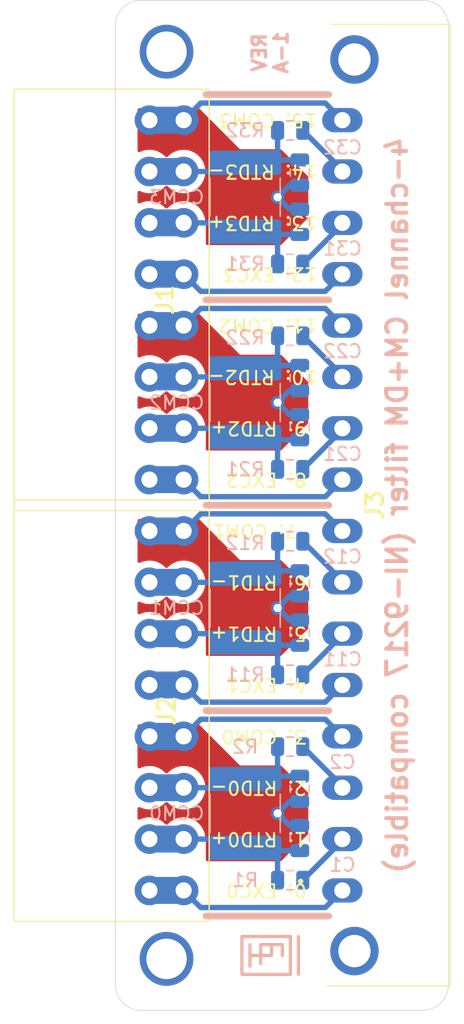
<source format=kicad_pcb>
(kicad_pcb (version 20201116) (generator pcbnew)
  (layers (0 "F.Cu" signal) (31 "B.Cu" signal) (34 "B.Paste" user) (35 "F.Paste" user) (36 "B.SilkS" user "B.Silkscreen") (37 "F.SilkS" user "F.Silkscreen") (38 "B.Mask" user) (39 "F.Mask" user) (44 "Edge.Cuts" user))
  (net 0 "")
  (net 1 "Net-(J2-Pad15)")
  (net 2 "Net-(J2-Pad7)")
  (net 3 "Net-(J3-PadMH2)")
  (net 4 "Net-(J3-PadMH1)")
  (net 5 "Net-(J3-Pad15)")
  (net 6 "Net-(J3-Pad14)")
  (net 7 "Net-(J3-Pad11)")
  (net 8 "Net-(J3-Pad10)")
  (net 9 "Net-(J3-Pad7)")
  (net 10 "Net-(J3-Pad6)")
  (net 11 "Net-(J3-Pad3)")
  (net 12 "Net-(J3-Pad2)")
  (net 13 "Net-(J1-Pad15)")
  (net 14 "Net-(J1-Pad7)")
  (net 15 "Net-(C11-Pad1)")
  (net 16 "Net-(C12-Pad2)")
  (net 17 "Net-(C21-Pad1)")
  (net 18 "Net-(C22-Pad2)")
  (net 19 "Net-(C31-Pad1)")
  (net 20 "Net-(C32-Pad2)")
  (net 21 "/COM0")
  (net 22 "/COM1")
  (net 23 "/COM2")
  (net 24 "/COM3")
  (net 25 "Net-(C1-Pad1)")
  (net 26 "Net-(C2-Pad2)")
  (footprint "PhoenixContact_1898525:1898525" (layer "F.Cu") (at 150.865 130.175 90)
    (fp_text reference "J3" (at 28.575 2.4 90) (layer "F.SilkS") (effects (font (size 1.27 1.27) (thickness 0.254))))
    (fp_text value "1898525" hide)
    (fp_line (start 64.25 8) (end 64.25 -0.9) (layer "F.SilkS") (width 0.1))
    (fp_line (start -7.1 -1.2) (end -7.1 8) (layer "F.SilkS") (width 0.1))
    (fp_line (start -7.1 8) (end 64.25 8) (layer "F.SilkS") (width 0.1))
    (fp_line (start 0.67 -3) (end 0.67 -3) (layer "F.SilkS") (width 0.2))
    (fp_line (start 0.67 -3.2) (end 0.67 -3.2) (layer "F.SilkS") (width 0.2))
    (fp_arc (start 0.67 -3.1) (end 0.67 -3.2) (angle -180) (layer "F.SilkS") (width 0.2))
    (fp_arc (start 0.67 -3.1) (end 0.67 -3) (angle -180) (layer "F.SilkS") (width 0.2))
    (pad "1" thru_hole oval (at 0 0 90) (size 1.8 3) (drill 1.2) (layers *.Cu *.Mask) (net 1 "Net-(J2-Pad15)"))
    (pad "2" thru_hole oval (at 3.81 0 90) (size 1.8 3) (drill 1.2) (layers *.Cu *.Mask) (net 12 "Net-(J3-Pad2)"))
    (pad "3" thru_hole oval (at 7.62 0 90) (size 1.8 3) (drill 1.2) (layers *.Cu *.Mask) (net 11 "Net-(J3-Pad3)"))
    (pad "4" thru_hole oval (at 11.43 0 90) (size 1.8 3) (drill 1.2) (layers *.Cu *.Mask) (net 21 "/COM0"))
    (pad "5" thru_hole oval (at 15.24 0 90) (size 1.8 3) (drill 1.2) (layers *.Cu *.Mask) (net 2 "Net-(J2-Pad7)"))
    (pad "6" thru_hole oval (at 19.05 0 90) (size 1.8 3) (drill 1.2) (layers *.Cu *.Mask) (net 10 "Net-(J3-Pad6)"))
    (pad "7" thru_hole oval (at 22.86 0 90) (size 1.8 3) (drill 1.2) (layers *.Cu *.Mask) (net 9 "Net-(J3-Pad7)"))
    (pad "8" thru_hole oval (at 26.67 0 90) (size 1.8 3) (drill 1.2) (layers *.Cu *.Mask) (net 22 "/COM1"))
    (pad "9" thru_hole oval (at 30.48 0 90) (size 1.8 3) (drill 1.2) (layers *.Cu *.Mask) (net 13 "Net-(J1-Pad15)"))
    (pad "10" thru_hole oval (at 34.29 0 90) (size 1.8 3) (drill 1.2) (layers *.Cu *.Mask) (net 8 "Net-(J3-Pad10)"))
    (pad "11" thru_hole oval (at 38.1 0 90) (size 1.8 3) (drill 1.2) (layers *.Cu *.Mask) (net 7 "Net-(J3-Pad11)"))
    (pad "12" thru_hole oval (at 41.91 0 90) (size 1.8 3) (drill 1.2) (layers *.Cu *.Mask) (net 23 "/COM2"))
    (pad "13" thru_hole oval (at 45.72 0 90) (size 1.8 3) (drill 1.2) (layers *.Cu *.Mask) (net 14 "Net-(J1-Pad7)"))
    (pad "14" thru_hole oval (at 49.53 0 90) (size 1.8 3) (drill 1.2) (layers *.Cu *.Mask) (net 6 "Net-(J3-Pad14)"))
    (pad "15" thru_hole oval (at 53.34 0 90) (size 1.8 3) (drill 1.2) (layers *.Cu *.Mask) (net 5 "Net-(J3-Pad15)"))
    (pad "16" thru_hole oval (at 57.15 0 90) (size 1.8 3) (drill 1.2) (layers *.Cu *.Mask) (net 24 "/COM3"))
    (pad "MH1" thru_hole circle (at -4.5 0.9 90) (size 3.6 3.6) (drill 2.4) (layers *.Cu *.Mask) (net 4 "Net-(J3-PadMH1)"))
    (pad "MH2" thru_hole circle (at 61.65 0.9 90) (size 3.6 3.6) (drill 2.4) (layers *.Cu *.Mask) (net 3 "Net-(J3-PadMH2)"))
  )
  (footprint "WE_691309310008:691309310008" (layer "F.Cu") (at 136.525 103.505 -90)
    (fp_text reference "J2" (at 13.335 -1.27 90) (layer "F.SilkS") (effects (font (size 1.27 1.27) (thickness 0.254))))
    (fp_text value "691309310008" hide)
    (fp_line (start 28.97 10.06) (end -2.3 10.06) (layer "F.SilkS") (width 0.1))
    (fp_line (start -2.3 10.06) (end -2.3 -4.44) (layer "F.SilkS") (width 0.1))
    (fp_line (start 28.97 -4.44) (end 28.97 10.06) (layer "F.SilkS") (width 0.1))
    (fp_line (start -2.3 -4.44) (end 28.97 -4.44) (layer "F.SilkS") (width 0.1))
    (pad "1" thru_hole circle (at 0 0 270) (size 2.2 2.2) (drill 1.2) (layers *.Cu *.Mask) (net 22 "/COM1"))
    (pad "2" thru_hole circle (at 0 -2.54 270) (size 2.2 2.2) (drill 1.2) (layers *.Cu *.Mask) (net 22 "/COM1"))
    (pad "3" thru_hole circle (at 3.81 0 270) (size 2.2 2.2) (drill 1.2) (layers *.Cu *.Mask) (net 16 "Net-(C12-Pad2)"))
    (pad "4" thru_hole circle (at 3.81 -2.54 270) (size 2.2 2.2) (drill 1.2) (layers *.Cu *.Mask) (net 16 "Net-(C12-Pad2)"))
    (pad "5" thru_hole circle (at 7.62 0 270) (size 2.2 2.2) (drill 1.2) (layers *.Cu *.Mask) (net 15 "Net-(C11-Pad1)"))
    (pad "6" thru_hole circle (at 7.62 -2.54 270) (size 2.2 2.2) (drill 1.2) (layers *.Cu *.Mask) (net 15 "Net-(C11-Pad1)"))
    (pad "7" thru_hole circle (at 11.43 0 270) (size 2.2 2.2) (drill 1.2) (layers *.Cu *.Mask) (net 2 "Net-(J2-Pad7)"))
    (pad "8" thru_hole circle (at 11.43 -2.54 270) (size 2.2 2.2) (drill 1.2) (layers *.Cu *.Mask) (net 2 "Net-(J2-Pad7)"))
    (pad "9" thru_hole circle (at 15.24 0 270) (size 2.2 2.2) (drill 1.2) (layers *.Cu *.Mask) (net 21 "/COM0"))
    (pad "10" thru_hole circle (at 15.24 -2.54 270) (size 2.2 2.2) (drill 1.2) (layers *.Cu *.Mask) (net 21 "/COM0"))
    (pad "11" thru_hole circle (at 19.05 0 270) (size 2.2 2.2) (drill 1.2) (layers *.Cu *.Mask) (net 26 "Net-(C2-Pad2)"))
    (pad "12" thru_hole circle (at 19.05 -2.54 270) (size 2.2 2.2) (drill 1.2) (layers *.Cu *.Mask) (net 26 "Net-(C2-Pad2)"))
    (pad "13" thru_hole circle (at 22.86 0 270) (size 2.2 2.2) (drill 1.2) (layers *.Cu *.Mask) (net 25 "Net-(C1-Pad1)"))
    (pad "14" thru_hole circle (at 22.86 -2.54 270) (size 2.2 2.2) (drill 1.2) (layers *.Cu *.Mask) (net 25 "Net-(C1-Pad1)"))
    (pad "15" thru_hole circle (at 26.67 0 270) (size 2.2 2.2) (drill 1.2) (layers *.Cu *.Mask) (net 1 "Net-(J2-Pad15)"))
    (pad "16" thru_hole circle (at 26.67 -2.54 270) (size 2.2 2.2) (drill 1.2) (layers *.Cu *.Mask) (net 1 "Net-(J2-Pad15)"))
  )
  (footprint "WE_691309310008:691309310008" (layer "F.Cu") (at 136.525 73.025 -90)
    (fp_text reference "J1" (at 13.335 -1.143 90) (layer "F.SilkS") (effects (font (size 1.27 1.27) (thickness 0.254))))
    (fp_text value "691309310008" hide)
    (fp_line (start -2.3 10.06) (end -2.3 -4.44) (layer "F.SilkS") (width 0.1))
    (fp_line (start 28.97 10.06) (end -2.3 10.06) (layer "F.SilkS") (width 0.1))
    (fp_line (start 28.97 -4.44) (end 28.97 10.06) (layer "F.SilkS") (width 0.1))
    (fp_line (start -2.3 -4.44) (end 28.97 -4.44) (layer "F.SilkS") (width 0.1))
    (pad "1" thru_hole circle (at 0 0 270) (size 2.2 2.2) (drill 1.2) (layers *.Cu *.Mask) (net 24 "/COM3"))
    (pad "2" thru_hole circle (at 0 -2.54 270) (size 2.2 2.2) (drill 1.2) (layers *.Cu *.Mask) (net 24 "/COM3"))
    (pad "3" thru_hole circle (at 3.81 0 270) (size 2.2 2.2) (drill 1.2) (layers *.Cu *.Mask) (net 20 "Net-(C32-Pad2)"))
    (pad "4" thru_hole circle (at 3.81 -2.54 270) (size 2.2 2.2) (drill 1.2) (layers *.Cu *.Mask) (net 20 "Net-(C32-Pad2)"))
    (pad "5" thru_hole circle (at 7.62 0 270) (size 2.2 2.2) (drill 1.2) (layers *.Cu *.Mask) (net 19 "Net-(C31-Pad1)"))
    (pad "6" thru_hole circle (at 7.62 -2.54 270) (size 2.2 2.2) (drill 1.2) (layers *.Cu *.Mask) (net 19 "Net-(C31-Pad1)"))
    (pad "7" thru_hole circle (at 11.43 0 270) (size 2.2 2.2) (drill 1.2) (layers *.Cu *.Mask) (net 14 "Net-(J1-Pad7)"))
    (pad "8" thru_hole circle (at 11.43 -2.54 270) (size 2.2 2.2) (drill 1.2) (layers *.Cu *.Mask) (net 14 "Net-(J1-Pad7)"))
    (pad "9" thru_hole circle (at 15.24 0 270) (size 2.2 2.2) (drill 1.2) (layers *.Cu *.Mask) (net 23 "/COM2"))
    (pad "10" thru_hole circle (at 15.24 -2.54 270) (size 2.2 2.2) (drill 1.2) (layers *.Cu *.Mask) (net 23 "/COM2"))
    (pad "11" thru_hole circle (at 19.05 0 270) (size 2.2 2.2) (drill 1.2) (layers *.Cu *.Mask) (net 18 "Net-(C22-Pad2)"))
    (pad "12" thru_hole circle (at 19.05 -2.54 270) (size 2.2 2.2) (drill 1.2) (layers *.Cu *.Mask) (net 18 "Net-(C22-Pad2)"))
    (pad "13" thru_hole circle (at 22.86 0 270) (size 2.2 2.2) (drill 1.2) (layers *.Cu *.Mask) (net 17 "Net-(C21-Pad1)"))
    (pad "14" thru_hole circle (at 22.86 -2.54 270) (size 2.2 2.2) (drill 1.2) (layers *.Cu *.Mask) (net 17 "Net-(C21-Pad1)"))
    (pad "15" thru_hole circle (at 26.67 0 270) (size 2.2 2.2) (drill 1.2) (layers *.Cu *.Mask) (net 13 "Net-(J1-Pad15)"))
    (pad "16" thru_hole circle (at 26.67 -2.54 270) (size 2.2 2.2) (drill 1.2) (layers *.Cu *.Mask) (net 13 "Net-(J1-Pad15)"))
  )
  (footprint "MountingHole:MountingHole_3mm_Pad" (layer "F.Cu") (at 137.795 135.255)
    (fp_text reference "H1" (at 0 0) (layer "F.SilkS"))
    (fp_text value "MountingHole")
    (pad "1" thru_hole circle (at 0 0) (size 4 4) (drill 3) (layers *.Cu *.Mask))
  )
  (footprint "MountingHole:MountingHole_3mm_Pad" (layer "F.Cu") (at 137.795 67.945)
    (fp_text reference "H2" (at 0 0) (layer "F.SilkS"))
    (fp_text value "MountingHole")
    (pad "1" thru_hole circle (at 0 0) (size 4 4) (drill 3) (layers *.Cu *.Mask))
  )
  (footprint "Resistor_SMD:R_0805_2012Metric" (layer "B.Cu") (at 146.9875 129.413 180)
    (fp_text reference "R1" (at 3.3505 0) (layer "B.SilkS") (effects (justify mirror)))
    (fp_text value "3.0k")
    (fp_line (start -0.258578 0.71) (end 0.258578 0.71) (layer "B.SilkS") (width 0.12))
    (fp_line (start -0.258578 -0.71) (end 0.258578 -0.71) (layer "B.SilkS") (width 0.12))
    (pad "1" smd roundrect (at -0.9375 0 180) (size 0.975 1.4) (layers "B.Cu" "B.Paste" "B.Mask") (net 12 "Net-(J3-Pad2)"))
    (pad "2" smd roundrect (at 0.9375 0 180) (size 0.975 1.4) (layers "B.Cu" "B.Paste" "B.Mask") (net 25 "Net-(C1-Pad1)"))
  )
  (footprint "Capacitor_SMD:C_0805_2012Metric" (layer "B.Cu") (at 147.701 126.2865 90)
    (fp_text reference "C1" (at -1.9835 3.175 180) (layer "B.SilkS") (effects (justify mirror)))
    (fp_text value "10nF/50V C0G")
    (fp_line (start -0.258578 -0.71) (end 0.258578 -0.71) (layer "B.SilkS") (width 0.12))
    (fp_line (start -0.258578 0.71) (end 0.258578 0.71) (layer "B.SilkS") (width 0.12))
    (pad "1" smd roundrect (at -0.9375 0 90) (size 0.975 1.4) (layers "B.Cu" "B.Paste" "B.Mask") (net 25 "Net-(C1-Pad1)"))
    (pad "2" smd roundrect (at 0.9375 0 90) (size 0.975 1.4) (layers "B.Cu" "B.Paste" "B.Mask") (net 21 "/COM0"))
  )
  (footprint "Capacitor_SMD:C_0805_2012Metric" (layer "B.Cu") (at 147.701 122.6335 90)
    (fp_text reference "C2" (at 1.9835 3.175 180) (layer "B.SilkS") (effects (justify mirror)))
    (fp_text value "10nF/50V C0G")
    (fp_line (start -0.258578 0.71) (end 0.258578 0.71) (layer "B.SilkS") (width 0.12))
    (fp_line (start -0.258578 -0.71) (end 0.258578 -0.71) (layer "B.SilkS") (width 0.12))
    (pad "1" smd roundrect (at -0.9375 0 90) (size 0.975 1.4) (layers "B.Cu" "B.Paste" "B.Mask") (net 21 "/COM0"))
    (pad "2" smd roundrect (at 0.9375 0 90) (size 0.975 1.4) (layers "B.Cu" "B.Paste" "B.Mask") (net 26 "Net-(C2-Pad2)"))
  )
  (footprint "Capacitor_SMD:C_2220_5650Metric" (layer "B.Cu") (at 143.637 124.46 90)
    (fp_text reference "CCM0" (at 0 -5.08) (layer "B.SilkS") (effects (justify mirror)))
    (fp_text value "330nF/50V PEN")
    (fp_line (start -1.415748 -2.61) (end 1.415748 -2.61) (layer "B.SilkS") (width 0.12))
    (fp_line (start -1.415748 2.61) (end 1.415748 2.61) (layer "B.SilkS") (width 0.12))
    (pad "1" smd roundrect (at -2.55 0 90) (size 1.8 5.4) (layers "B.Cu" "B.Paste" "B.Mask") (roundrect_rratio 0.1388888888888889) (net 25 "Net-(C1-Pad1)"))
    (pad "2" smd roundrect (at 2.55 0 90) (size 1.8 5.4) (layers "B.Cu" "B.Paste" "B.Mask") (roundrect_rratio 0.1388888888888889) (net 26 "Net-(C2-Pad2)"))
  )
  (footprint "Capacitor_SMD:C_2220_5650Metric" (layer "B.Cu") (at 143.637 109.22 90)
    (fp_text reference "CCM1" (at 0 -5.08 180) (layer "B.SilkS") (effects (justify mirror)))
    (fp_text value "330nF/50V PEN")
    (fp_line (start -1.415748 -2.61) (end 1.415748 -2.61) (layer "B.SilkS") (width 0.12))
    (fp_line (start -1.415748 2.61) (end 1.415748 2.61) (layer "B.SilkS") (width 0.12))
    (pad "1" smd roundrect (at -2.55 0 90) (size 1.8 5.4) (layers "B.Cu" "B.Paste" "B.Mask") (roundrect_rratio 0.1388888888888889) (net 15 "Net-(C11-Pad1)"))
    (pad "2" smd roundrect (at 2.55 0 90) (size 1.8 5.4) (layers "B.Cu" "B.Paste" "B.Mask") (roundrect_rratio 0.1388888888888889) (net 16 "Net-(C12-Pad2)"))
  )
  (footprint "Resistor_SMD:R_0805_2012Metric" (layer "B.Cu") (at 146.9875 119.507 180)
    (fp_text reference "R2" (at 3.3505 0) (layer "B.SilkS") (effects (justify mirror)))
    (fp_text value "3.0k")
    (fp_line (start -0.258578 0.71) (end 0.258578 0.71) (layer "B.SilkS") (width 0.12))
    (fp_line (start -0.258578 -0.71) (end 0.258578 -0.71) (layer "B.SilkS") (width 0.12))
    (pad "1" smd roundrect (at -0.9375 0 180) (size 0.975 1.4) (layers "B.Cu" "B.Paste" "B.Mask") (net 11 "Net-(J3-Pad3)"))
    (pad "2" smd roundrect (at 0.9375 0 180) (size 0.975 1.4) (layers "B.Cu" "B.Paste" "B.Mask") (net 26 "Net-(C2-Pad2)"))
  )
  (footprint "Resistor_SMD:R_0805_2012Metric" (layer "B.Cu") (at 146.9875 114.173 180)
    (fp_text reference "R11" (at 3.3505 0) (layer "B.SilkS") (effects (justify mirror)))
    (fp_text value "3.0k")
    (fp_line (start -0.258578 0.71) (end 0.258578 0.71) (layer "B.SilkS") (width 0.12))
    (fp_line (start -0.258578 -0.71) (end 0.258578 -0.71) (layer "B.SilkS") (width 0.12))
    (pad "1" smd roundrect (at -0.9375 0 180) (size 0.975 1.4) (layers "B.Cu" "B.Paste" "B.Mask") (net 10 "Net-(J3-Pad6)"))
    (pad "2" smd roundrect (at 0.9375 0 180) (size 0.975 1.4) (layers "B.Cu" "B.Paste" "B.Mask") (net 15 "Net-(C11-Pad1)"))
  )
  (footprint "Resistor_SMD:R_0805_2012Metric" (layer "B.Cu") (at 146.9875 104.267 180)
    (fp_text reference "R12" (at 3.3505 -0.127) (layer "B.SilkS") (effects (justify mirror)))
    (fp_text value "3.0k")
    (fp_line (start -0.258578 0.71) (end 0.258578 0.71) (layer "B.SilkS") (width 0.12))
    (fp_line (start -0.258578 -0.71) (end 0.258578 -0.71) (layer "B.SilkS") (width 0.12))
    (pad "1" smd roundrect (at -0.9375 0 180) (size 0.975 1.4) (layers "B.Cu" "B.Paste" "B.Mask") (net 9 "Net-(J3-Pad7)"))
    (pad "2" smd roundrect (at 0.9375 0 180) (size 0.975 1.4) (layers "B.Cu" "B.Paste" "B.Mask") (net 16 "Net-(C12-Pad2)"))
  )
  (footprint "Capacitor_SMD:C_0805_2012Metric" (layer "B.Cu") (at 147.701 107.3935 90)
    (fp_text reference "C12" (at 1.9835 3.175 180) (layer "B.SilkS") (effects (justify mirror)))
    (fp_text value "10nF/50V C0G")
    (fp_line (start -0.258578 -0.71) (end 0.258578 -0.71) (layer "B.SilkS") (width 0.12))
    (fp_line (start -0.258578 0.71) (end 0.258578 0.71) (layer "B.SilkS") (width 0.12))
    (pad "1" smd roundrect (at -0.9375 0 90) (size 0.975 1.4) (layers "B.Cu" "B.Paste" "B.Mask") (net 22 "/COM1"))
    (pad "2" smd roundrect (at 0.9375 0 90) (size 0.975 1.4) (layers "B.Cu" "B.Paste" "B.Mask") (net 16 "Net-(C12-Pad2)"))
  )
  (footprint "Capacitor_SMD:C_0805_2012Metric" (layer "B.Cu") (at 147.701 111.0465 90)
    (fp_text reference "C11" (at -1.9835 3.175) (layer "B.SilkS") (effects (justify mirror)))
    (fp_text value "10nF/50V C0G")
    (fp_line (start -0.258578 0.71) (end 0.258578 0.71) (layer "B.SilkS") (width 0.12))
    (fp_line (start -0.258578 -0.71) (end 0.258578 -0.71) (layer "B.SilkS") (width 0.12))
    (pad "1" smd roundrect (at -0.9375 0 90) (size 0.975 1.4) (layers "B.Cu" "B.Paste" "B.Mask") (net 15 "Net-(C11-Pad1)"))
    (pad "2" smd roundrect (at 0.9375 0 90) (size 0.975 1.4) (layers "B.Cu" "B.Paste" "B.Mask") (net 22 "/COM1"))
  )
  (footprint "Capacitor_SMD:C_2220_5650Metric" (layer "B.Cu") (at 143.637 93.98 90)
    (fp_text reference "CCM2" (at 0 -5.08 180) (layer "B.SilkS") (effects (justify mirror)))
    (fp_text value "330nF/50V PEN")
    (fp_line (start -1.415748 -2.61) (end 1.415748 -2.61) (layer "B.SilkS") (width 0.12))
    (fp_line (start -1.415748 2.61) (end 1.415748 2.61) (layer "B.SilkS") (width 0.12))
    (pad "1" smd roundrect (at -2.55 0 90) (size 1.8 5.4) (layers "B.Cu" "B.Paste" "B.Mask") (roundrect_rratio 0.1388888888888889) (net 17 "Net-(C21-Pad1)"))
    (pad "2" smd roundrect (at 2.55 0 90) (size 1.8 5.4) (layers "B.Cu" "B.Paste" "B.Mask") (roundrect_rratio 0.1388888888888889) (net 18 "Net-(C22-Pad2)"))
  )
  (footprint "Resistor_SMD:R_0805_2012Metric" (layer "B.Cu") (at 146.9875 98.933 180)
    (fp_text reference "R21" (at 3.3505 0) (layer "B.SilkS") (effects (justify mirror)))
    (fp_text value "3.0k")
    (fp_line (start -0.258578 0.71) (end 0.258578 0.71) (layer "B.SilkS") (width 0.12))
    (fp_line (start -0.258578 -0.71) (end 0.258578 -0.71) (layer "B.SilkS") (width 0.12))
    (pad "1" smd roundrect (at -0.9375 0 180) (size 0.975 1.4) (layers "B.Cu" "B.Paste" "B.Mask") (net 8 "Net-(J3-Pad10)"))
    (pad "2" smd roundrect (at 0.9375 0 180) (size 0.975 1.4) (layers "B.Cu" "B.Paste" "B.Mask") (net 17 "Net-(C21-Pad1)"))
  )
  (footprint "Resistor_SMD:R_0805_2012Metric" (layer "B.Cu") (at 146.9875 89.027 180)
    (fp_text reference "R22" (at 3.3505 -0.127) (layer "B.SilkS") (effects (justify mirror)))
    (fp_text value "3.0k")
    (fp_line (start -0.258578 -0.71) (end 0.258578 -0.71) (layer "B.SilkS") (width 0.12))
    (fp_line (start -0.258578 0.71) (end 0.258578 0.71) (layer "B.SilkS") (width 0.12))
    (pad "1" smd roundrect (at -0.9375 0 180) (size 0.975 1.4) (layers "B.Cu" "B.Paste" "B.Mask") (net 7 "Net-(J3-Pad11)"))
    (pad "2" smd roundrect (at 0.9375 0 180) (size 0.975 1.4) (layers "B.Cu" "B.Paste" "B.Mask") (net 18 "Net-(C22-Pad2)"))
  )
  (footprint "Capacitor_SMD:C_0805_2012Metric" (layer "B.Cu") (at 147.701 92.1535 90)
    (fp_text reference "C22" (at 1.9835 3.175 180) (layer "B.SilkS") (effects (justify mirror)))
    (fp_text value "10nF/50V C0G")
    (fp_line (start -0.258578 -0.71) (end 0.258578 -0.71) (layer "B.SilkS") (width 0.12))
    (fp_line (start -0.258578 0.71) (end 0.258578 0.71) (layer "B.SilkS") (width 0.12))
    (pad "1" smd roundrect (at -0.9375 0 90) (size 0.975 1.4) (layers "B.Cu" "B.Paste" "B.Mask") (net 23 "/COM2"))
    (pad "2" smd roundrect (at 0.9375 0 90) (size 0.975 1.4) (layers "B.Cu" "B.Paste" "B.Mask") (net 18 "Net-(C22-Pad2)"))
  )
  (footprint "Capacitor_SMD:C_0805_2012Metric" (layer "B.Cu") (at 147.701 80.5665 90)
    (fp_text reference "C31" (at -1.9835 3.175) (layer "B.SilkS") (effects (justify mirror)))
    (fp_text value "10nF/50V C0G")
    (fp_line (start -0.258578 -0.71) (end 0.258578 -0.71) (layer "B.SilkS") (width 0.12))
    (fp_line (start -0.258578 0.71) (end 0.258578 0.71) (layer "B.SilkS") (width 0.12))
    (pad "1" smd roundrect (at -0.9375 0 90) (size 0.975 1.4) (layers "B.Cu" "B.Paste" "B.Mask") (net 19 "Net-(C31-Pad1)"))
    (pad "2" smd roundrect (at 0.9375 0 90) (size 0.975 1.4) (layers "B.Cu" "B.Paste" "B.Mask") (net 24 "/COM3"))
  )
  (footprint "Capacitor_SMD:C_0805_2012Metric" (layer "B.Cu") (at 147.701 76.9135 90)
    (fp_text reference "C32" (at 1.8565 3.175 180) (layer "B.SilkS") (effects (justify mirror)))
    (fp_text value "10nF/50V C0G")
    (fp_line (start -0.258578 0.71) (end 0.258578 0.71) (layer "B.SilkS") (width 0.12))
    (fp_line (start -0.258578 -0.71) (end 0.258578 -0.71) (layer "B.SilkS") (width 0.12))
    (pad "1" smd roundrect (at -0.9375 0 90) (size 0.975 1.4) (layers "B.Cu" "B.Paste" "B.Mask") (net 24 "/COM3"))
    (pad "2" smd roundrect (at 0.9375 0 90) (size 0.975 1.4) (layers "B.Cu" "B.Paste" "B.Mask") (net 20 "Net-(C32-Pad2)"))
  )
  (footprint "Capacitor_SMD:C_0805_2012Metric" (layer "B.Cu") (at 147.701 95.8065 90)
    (fp_text reference "C21" (at -1.9835 3.175 180) (layer "B.SilkS") (effects (justify mirror)))
    (fp_text value "10nF/50V C0G")
    (fp_line (start -0.258578 0.71) (end 0.258578 0.71) (layer "B.SilkS") (width 0.12))
    (fp_line (start -0.258578 -0.71) (end 0.258578 -0.71) (layer "B.SilkS") (width 0.12))
    (pad "1" smd roundrect (at -0.9375 0 90) (size 0.975 1.4) (layers "B.Cu" "B.Paste" "B.Mask") (net 17 "Net-(C21-Pad1)"))
    (pad "2" smd roundrect (at 0.9375 0 90) (size 0.975 1.4) (layers "B.Cu" "B.Paste" "B.Mask") (net 23 "/COM2"))
  )
  (footprint "Resistor_SMD:R_0805_2012Metric" (layer "B.Cu") (at 146.9875 83.693 180)
    (fp_text reference "R31" (at 3.3505 0) (layer "B.SilkS") (effects (justify mirror)))
    (fp_text value "3.0k")
    (fp_line (start -0.258578 0.71) (end 0.258578 0.71) (layer "B.SilkS") (width 0.12))
    (fp_line (start -0.258578 -0.71) (end 0.258578 -0.71) (layer "B.SilkS") (width 0.12))
    (pad "1" smd roundrect (at -0.9375 0 180) (size 0.975 1.4) (layers "B.Cu" "B.Paste" "B.Mask") (net 6 "Net-(J3-Pad14)"))
    (pad "2" smd roundrect (at 0.9375 0 180) (size 0.975 1.4) (layers "B.Cu" "B.Paste" "B.Mask") (net 19 "Net-(C31-Pad1)"))
  )
  (footprint "Capacitor_SMD:C_2220_5650Metric" (layer "B.Cu") (at 143.637 78.74 90)
    (fp_text reference "CCM3" (at 0 -5.08 180) (layer "B.SilkS") (effects (justify mirror)))
    (fp_text value "330nF/50V PEN")
    (fp_line (start -1.415748 -2.61) (end 1.415748 -2.61) (layer "B.SilkS") (width 0.12))
    (fp_line (start -1.415748 2.61) (end 1.415748 2.61) (layer "B.SilkS") (width 0.12))
    (pad "1" smd roundrect (at -2.55 0 90) (size 1.8 5.4) (layers "B.Cu" "B.Paste" "B.Mask") (roundrect_rratio 0.1388888888888889) (net 19 "Net-(C31-Pad1)"))
    (pad "2" smd roundrect (at 2.55 0 90) (size 1.8 5.4) (layers "B.Cu" "B.Paste" "B.Mask") (roundrect_rratio 0.1388888888888889) (net 20 "Net-(C32-Pad2)"))
  )
  (footprint "Resistor_SMD:R_0805_2012Metric" (layer "B.Cu") (at 146.9875 73.787 180)
    (fp_text reference "R32" (at 3.3505 0) (layer "B.SilkS") (effects (justify mirror)))
    (fp_text value "3.0k")
    (fp_line (start -0.258578 -0.71) (end 0.258578 -0.71) (layer "B.SilkS") (width 0.12))
    (fp_line (start -0.258578 0.71) (end 0.258578 0.71) (layer "B.SilkS") (width 0.12))
    (pad "1" smd roundrect (at -0.9375 0 180) (size 0.975 1.4) (layers "B.Cu" "B.Paste" "B.Mask") (net 5 "Net-(J3-Pad15)"))
    (pad "2" smd roundrect (at 0.9375 0 180) (size 0.975 1.4) (layers "B.Cu" "B.Paste" "B.Mask") (net 20 "Net-(C32-Pad2)"))
  )
  (gr_line (start 140.716 132.08) (end 149.86 132.08) (layer "B.SilkS") (width 0.5))
  (gr_line (start 140.716 116.84) (end 149.86 116.84) (layer "B.SilkS") (width 0.5))
  (gr_line (start 140.716 101.6) (end 149.86 101.6) (layer "B.SilkS") (width 0.5))
  (gr_line (start 140.716 86.36) (end 149.86 86.36) (layer "B.SilkS") (width 0.5))
  (gr_line (start 140.716 71.12) (end 149.86 71.12) (layer "B.SilkS") (width 0.5))
  (gr_line (start 145.6 135) (end 145.6 134.2) (layer "B.SilkS") (width 0.25))
  (gr_line (start 144.8 135) (end 144.8 135.6) (layer "B.SilkS") (width 0.25))
  (gr_line (start 144.8 134.2) (end 146.4 134.2) (layer "B.SilkS") (width 0.25))
  (gr_line (start 143.4 136.4) (end 143.4 133.6) (layer "B.SilkS") (width 0.25))
  (gr_line (start 146.4 134.2) (end 146.4 135) (layer "B.SilkS") (width 0.25))
  (gr_line (start 147 133.6) (end 147 136.4) (layer "B.SilkS") (width 0.25))
  (gr_line (start 144.8 135) (end 144.8 134.2) (layer "B.SilkS") (width 0.25))
  (gr_line (start 144 135.8) (end 144 134.2) (layer "B.SilkS") (width 0.25))
  (gr_line (start 143.4 133.6) (end 147 133.6) (layer "B.SilkS") (width 0.25))
  (gr_line (start 144.8 135) (end 145.6 135) (layer "B.SilkS") (width 0.25))
  (gr_line (start 147 136.4) (end 143.4 136.4) (layer "B.SilkS") (width 0.25))
  (gr_line (start 144 135) (end 144.8 135) (layer "B.SilkS") (width 0.25))
  (gr_line (start 147.6 136.4) (end 147.6 133.6) (layer "B.SilkS") (width 0.25))
  (gr_line (start 140.716 71.12) (end 149.86 71.12) (layer "F.SilkS") (width 0.5))
  (gr_line (start 140.716 86.36) (end 149.86 86.36) (layer "F.SilkS") (width 0.5))
  (gr_line (start 140.716 101.6) (end 149.86 101.6) (layer "F.SilkS") (width 0.5))
  (gr_line (start 140.716 116.84) (end 149.86 116.84) (layer "F.SilkS") (width 0.5))
  (gr_line (start 140.716 132.08) (end 149.86 132.08) (layer "F.SilkS") (width 0.5))
  (gr_line (start 135.89 64.135) (end 156.845 64.135) (layer "Edge.Cuts") (width 0.05))
  (gr_line (start 133.985 137.16) (end 133.985 66.04) (layer "Edge.Cuts") (width 0.05))
  (gr_line (start 156.845 139.065) (end 135.89 139.065) (layer "Edge.Cuts") (width 0.05))
  (gr_line (start 158.75 66.04) (end 158.75 137.16) (layer "Edge.Cuts") (width 0.05))
  (gr_arc (start 156.845 137.16) (end 156.845 139.065) (angle -90) (layer "Edge.Cuts") (width 0.05))
  (gr_arc (start 156.845 66.04) (end 158.75 66.04) (angle -90) (layer "Edge.Cuts") (width 0.05))
  (gr_arc (start 135.89 137.16) (end 133.985 137.16) (angle -90) (layer "Edge.Cuts") (width 0.05))
  (gr_arc (start 135.89 66.04) (end 135.89 64.135) (angle -90) (layer "Edge.Cuts") (width 0.05))
  (gr_text "REV\n1-A" (at 145.5 68 90) (layer "B.SilkS") (effects (font (size 1 1) (thickness 0.25)) (justify mirror)))
  (gr_text "4-channel CM+DM filter (NI-9217 compatible)" (at 154.94 101.6 90) (layer "B.SilkS") (effects (font (size 1.5 1.5) (thickness 0.3)) (justify mirror)))
  (gr_text " 3: COM0" (at 141.787476 118.745 180) (layer "F.SilkS") (effects (font (size 1 1)) (justify right)))
  (gr_text " 2: RTD0-" (at 140.977952 122.555 180) (layer "F.SilkS") (effects (font (size 1 1)) (justify right)))
  (gr_text " 1: RTD0+" (at 140.977952 126.365 180) (layer "F.SilkS") (effects (font (size 1 1)) (justify right)))
  (gr_text " 0: EXC0\n" (at 142.120809 130.175 180) (layer "F.SilkS") (effects (font (size 1 1)) (justify right)))
  (gr_text " 9: RTD2+" (at 140.977952 95.885 180) (layer "F.SilkS") (effects (font (size 1 1)) (justify right)))
  (gr_text " 7: COM1" (at 141.097 103.505 180) (layer "F.SilkS") (effects (font (size 1 1)) (justify right)))
  (gr_text " 8: EXC2" (at 142.120809 99.695 180) (layer "F.SilkS") (effects (font (size 1 1)) (justify right)))
  (gr_text " 6: RTD1-" (at 140.977952 107.315 180) (layer "F.SilkS") (effects (font (size 1 1)) (justify right)))
  (gr_text " 4: EXC1\n" (at 142.120809 114.935 180) (layer "F.SilkS") (effects (font (size 1 1)) (justify right)))
  (gr_text " 5: RTD1+" (at 140.977952 111.125 180) (layer "F.SilkS") (effects (font (size 1 1)) (justify right)))
  (gr_text "10: RTD2-" (at 140.787476 92.075 180) (layer "F.SilkS") (effects (font (size 1 1)) (justify right)))
  (gr_text "11: COM2" (at 141.597 88.265 180) (layer "F.SilkS") (effects (font (size 1 1)) (justify right)))
  (gr_text "12: EXC3" (at 141.930333 84.455 180) (layer "F.SilkS") (effects (font (size 1 1)) (justify right)))
  (gr_text "13: RTD3+" (at 140.787476 80.645 180) (layer "F.SilkS") (effects (font (size 1 1)) (justify right)))
  (gr_text "15: COM3" (at 141.597 73.025 180) (layer "F.SilkS") (effects (font (size 1 1)) (justify right)))
  (gr_text "14: RTD3-" (at 140.787476 76.835 180) (layer "F.SilkS") (effects (font (size 1 1)) (justify right)))
  (segment (start 149.595 131.445) (end 150.865 130.175) (width 0.4) (layer "B.Cu") (net 1))
  (segment (start 139.065 130.175) (end 140.335 131.445) (width 0.4) (layer "B.Cu") (net 1))
  (segment (start 140.335 131.445) (end 149.595 131.445) (width 0.4) (layer "B.Cu") (net 1))
  (segment (start 136.525 130.175) (end 139.065 130.175) (width 2) (layer "B.Cu") (net 1))
  (segment (start 139.065 114.935) (end 140.335 116.205) (width 0.4) (layer "B.Cu") (net 2))
  (segment (start 140.335 116.205) (end 149.595 116.205) (width 0.4) (layer "B.Cu") (net 2))
  (segment (start 149.595 116.205) (end 150.865 114.935) (width 0.4) (layer "B.Cu") (net 2))
  (segment (start 136.525 114.935) (end 139.065 114.935) (width 2) (layer "B.Cu") (net 2))
  (segment (start 150.846 76.835) (end 150.865 76.835) (width 0.4) (layer "B.Cu") (net 5))
  (segment (start 147.925 73.787) (end 150.865 76.727) (width 0.4) (layer "B.Cu") (net 5))
  (segment (start 150.865 76.727) (end 150.865 76.835) (width 0.4) (layer "B.Cu") (net 5))
  (segment (start 150.865 80.753) (end 150.865 80.645) (width 0.4) (layer "B.Cu") (net 6))
  (segment (start 147.925 83.693) (end 150.865 80.753) (width 0.4) (layer "B.Cu") (net 6))
  (segment (start 150.865 80.88) (end 150.865 80.645) (width 0.4) (layer "B.Cu") (net 6))
  (segment (start 150.846 92.075) (end 150.865 92.075) (width 0.4) (layer "B.Cu") (net 7))
  (segment (start 147.925 89.027) (end 150.865 91.967) (width 0.4) (layer "B.Cu") (net 7))
  (segment (start 150.865 91.967) (end 150.865 92.075) (width 0.4) (layer "B.Cu") (net 7))
  (segment (start 150.865 95.993) (end 150.865 95.885) (width 0.4) (layer "B.Cu") (net 8))
  (segment (start 147.925 98.933) (end 150.865 95.993) (width 0.4) (layer "B.Cu") (net 8))
  (segment (start 150.865 96.12) (end 150.865 95.885) (width 0.4) (layer "B.Cu") (net 8))
  (segment (start 150.846 107.188) (end 150.865 107.188) (width 0.4) (layer "B.Cu") (net 9))
  (segment (start 150.865 107.207) (end 150.865 107.315) (width 0.4) (layer "B.Cu") (net 9))
  (segment (start 147.925 104.267) (end 150.865 107.207) (width 0.4) (layer "B.Cu") (net 9))
  (segment (start 150.865 111.233) (end 150.865 110.998) (width 0.4) (layer "B.Cu") (net 10))
  (segment (start 150.865 111.233) (end 150.865 111.125) (width 0.4) (layer "B.Cu") (net 10))
  (segment (start 147.925 114.173) (end 150.865 111.233) (width 0.4) (layer "B.Cu") (net 10))
  (segment (start 147.925 119.507) (end 150.865 122.447) (width 0.4) (layer "B.Cu") (net 11))
  (segment (start 150.865 122.447) (end 150.865 122.555) (width 0.4) (layer "B.Cu") (net 11))
  (segment (start 147.925 129.413) (end 150.865 126.473) (width 0.4) (layer "B.Cu") (net 12))
  (segment (start 150.865 126.473) (end 150.865 126.365) (width 0.4) (layer "B.Cu") (net 12))
  (segment (start 139.065 99.695) (end 140.335 100.965) (width 0.4) (layer "B.Cu") (net 13))
  (segment (start 140.335 100.965) (end 149.595 100.965) (width 0.4) (layer "B.Cu") (net 13))
  (segment (start 136.525 99.695) (end 139.065 99.695) (width 2) (layer "B.Cu") (net 13))
  (segment (start 149.595 100.965) (end 150.865 99.695) (width 0.4) (layer "B.Cu") (net 13))
  (segment (start 149.595 85.725) (end 140.335 85.725) (width 0.4) (layer "B.Cu") (net 14))
  (segment (start 150.865 84.455) (end 149.595 85.725) (width 0.4) (layer "B.Cu") (net 14))
  (segment (start 140.335 85.725) (end 139.065 84.455) (width 0.4) (layer "B.Cu") (net 14))
  (segment (start 136.525 84.455) (end 139.065 84.455) (width 2) (layer "B.Cu") (net 14))
  (segment (start 147.701 111.984) (end 143.851 111.984) (width 0.4) (layer "B.Cu") (net 15))
  (segment (start 146.05 114.173) (end 146.05 113.373) (width 0.4) (layer "B.Cu") (net 15))
  (segment (start 146.05 113.373) (end 146.05 112.395) (width 0.4) (layer "B.Cu") (net 15))
  (segment (start 143.851 111.984) (end 143.637 111.77) (width 0.4) (layer "B.Cu") (net 15))
  (segment (start 136.525 111.125) (end 139.065 111.125) (width 2) (layer "B.Cu") (net 15))
  (segment (start 142.992 111.125) (end 143.637 111.77) (width 0.4) (layer "B.Cu") (net 15))
  (segment (start 139.065 111.125) (end 142.992 111.125) (width 0.4) (layer "B.Cu") (net 15))
  (segment (start 146.05 106.426) (end 143.881 106.426) (width 0.4) (layer "B.Cu") (net 16))
  (segment (start 146.05 104.267) (end 146.05 106.426) (width 0.4) (layer "B.Cu") (net 16))
  (segment (start 147.701 106.456) (end 143.851 106.456) (width 0.4) (layer "B.Cu") (net 16))
  (segment (start 143.851 106.456) (end 143.637 106.67) (width 0.4) (layer "B.Cu") (net 16))
  (segment (start 143.881 106.426) (end 143.637 106.67) (width 0.4) (layer "B.Cu") (net 16))
  (segment (start 136.525 107.315) (end 139.065 107.315) (width 2) (layer "B.Cu") (net 16))
  (segment (start 139.065 107.315) (end 142.992 107.315) (width 0.4) (layer "B.Cu") (net 16))
  (segment (start 142.992 107.315) (end 143.637 106.67) (width 0.4) (layer "B.Cu") (net 16))
  (segment (start 146.05 97.028) (end 145.552 96.53) (width 0.4) (layer "B.Cu") (net 17))
  (segment (start 146.05 98.933) (end 146.05 97.028) (width 0.4) (layer "B.Cu") (net 17))
  (segment (start 145.552 96.53) (end 143.637 96.53) (width 0.4) (layer "B.Cu") (net 17))
  (segment (start 147.701 96.744) (end 143.851 96.744) (width 0.4) (layer "B.Cu") (net 17))
  (segment (start 143.851 96.744) (end 143.637 96.53) (width 0.4) (layer "B.Cu") (net 17))
  (segment (start 136.525 95.885) (end 139.065 95.885) (width 2) (layer "B.Cu") (net 17))
  (segment (start 142.992 95.885) (end 143.637 96.53) (width 0.4) (layer "B.Cu") (net 17))
  (segment (start 139.065 95.885) (end 142.992 95.885) (width 0.4) (layer "B.Cu") (net 17))
  (segment (start 146.05 91.059) (end 145.679 91.43) (width 0.4) (layer "B.Cu") (net 18))
  (segment (start 146.05 89.027) (end 146.05 91.059) (width 0.4) (layer "B.Cu") (net 18))
  (segment (start 145.679 91.43) (end 143.637 91.43) (width 0.4) (layer "B.Cu") (net 18))
  (segment (start 143.851 91.216) (end 143.637 91.43) (width 0.4) (layer "B.Cu") (net 18))
  (segment (start 147.701 91.216) (end 143.851 91.216) (width 0.4) (layer "B.Cu") (net 18))
  (segment (start 136.525 92.075) (end 139.065 92.075) (width 2) (layer "B.Cu") (net 18))
  (segment (start 139.065 92.075) (end 142.992 92.075) (width 0.4) (layer "B.Cu") (net 18))
  (segment (start 142.992 92.075) (end 143.637 91.43) (width 0.4) (layer "B.Cu") (net 18))
  (segment (start 146.05 81.915) (end 145.425 81.29) (width 0.4) (layer "B.Cu") (net 19))
  (segment (start 146.05 83.693) (end 146.05 81.915) (width 0.4) (layer "B.Cu") (net 19))
  (segment (start 145.425 81.29) (end 143.637 81.29) (width 0.4) (layer "B.Cu") (net 19))
  (segment (start 143.851 81.504) (end 143.637 81.29) (width 0.4) (layer "B.Cu") (net 19))
  (segment (start 147.701 81.504) (end 143.851 81.504) (width 0.4) (layer "B.Cu") (net 19))
  (segment (start 142.992 80.645) (end 143.637 81.29) (width 0.4) (layer "B.Cu") (net 19))
  (segment (start 139.065 80.645) (end 142.992 80.645) (width 0.4) (layer "B.Cu") (net 19))
  (segment (start 136.525 80.645) (end 139.065 80.645) (width 2) (layer "B.Cu") (net 19))
  (segment (start 146.05 75.692) (end 145.552 76.19) (width 0.4) (layer "B.Cu") (net 20))
  (segment (start 146.05 73.787) (end 146.05 75.692) (width 0.4) (layer "B.Cu") (net 20))
  (segment (start 145.552 76.19) (end 143.637 76.19) (width 0.4) (layer "B.Cu") (net 20))
  (segment (start 147.701 75.976) (end 143.851 75.976) (width 0.4) (layer "B.Cu") (net 20))
  (segment (start 142.992 76.835) (end 143.637 76.19) (width 0.4) (layer "B.Cu") (net 20))
  (segment (start 136.525 76.835) (end 139.065 76.835) (width 2) (layer "B.Cu") (net 20))
  (segment (start 139.065 76.835) (end 142.992 76.835) (width 0.4) (layer "B.Cu") (net 20))
  (via (at 146.05 124.46) (size 1) (drill 0.6) (layers "F.Cu" "B.Cu") (net 21))
  (segment (start 150.865 118.745) (end 149.595 117.475) (width 0.4) (layer "B.Cu") (net 21))
  (segment (start 146.939 125.349) (end 146.05 124.46) (width 0.4) (layer "B.Cu") (net 21))
  (segment (start 147.701 123.571) (end 146.939 123.571) (width 0.4) (layer "B.Cu") (net 21))
  (segment (start 149.595 117.475) (end 140.335 117.475) (width 0.4) (layer "B.Cu") (net 21))
  (segment (start 140.335 117.475) (end 139.065 118.745) (width 0.4) (layer "B.Cu") (net 21))
  (segment (start 136.525 118.745) (end 139.065 118.745) (width 2) (layer "B.Cu") (net 21))
  (segment (start 146.939 123.571) (end 146.05 124.46) (width 0.4) (layer "B.Cu") (net 21))
  (segment (start 147.701 125.349) (end 146.939 125.349) (width 0.4) (layer "B.Cu") (net 21))
  (via (at 146.05 109.22) (size 1) (drill 0.6) (layers "F.Cu" "B.Cu") (net 22))
  (segment (start 136.525 103.505) (end 139.065 103.505) (width 2) (layer "B.Cu") (net 22))
  (segment (start 147.701 108.331) (end 146.939 108.331) (width 0.4) (layer "B.Cu") (net 22))
  (segment (start 149.595 102.235) (end 140.335 102.235) (width 0.4) (layer "B.Cu") (net 22))
  (segment (start 147.701 110.109) (end 146.939 110.109) (width 0.4) (layer "B.Cu") (net 22))
  (segment (start 140.335 102.235) (end 139.065 103.505) (width 0.4) (layer "B.Cu") (net 22))
  (segment (start 146.939 110.109) (end 146.05 109.22) (width 0.4) (layer "B.Cu") (net 22))
  (segment (start 146.939 108.331) (end 146.05 109.22) (width 0.4) (layer "B.Cu") (net 22))
  (segment (start 150.865 103.505) (end 149.595 102.235) (width 0.4) (layer "B.Cu") (net 22))
  (via (at 146.05 93.98) (size 1) (drill 0.6) (layers "F.Cu" "B.Cu") (net 23))
  (segment (start 146.939 93.091) (end 146.05 93.98) (width 0.4) (layer "B.Cu") (net 23))
  (segment (start 136.525 88.265) (end 139.065 88.265) (width 2) (layer "B.Cu") (net 23))
  (segment (start 150.865 88.265) (end 149.595 86.995) (width 0.4) (layer "B.Cu") (net 23))
  (segment (start 147.701 93.091) (end 146.939 93.091) (width 0.4) (layer "B.Cu") (net 23))
  (segment (start 149.595 86.995) (end 140.335 86.995) (width 0.4) (layer "B.Cu") (net 23))
  (segment (start 146.939 94.869) (end 146.05 93.98) (width 0.4) (layer "B.Cu") (net 23))
  (segment (start 147.701 94.869) (end 146.939 94.869) (width 0.4) (layer "B.Cu") (net 23))
  (segment (start 140.335 86.995) (end 139.065 88.265) (width 0.4) (layer "B.Cu") (net 23))
  (via (at 146.05 78.74) (size 1) (drill 0.6) (layers "F.Cu" "B.Cu") (net 24))
  (segment (start 139.065 73.025) (end 140.335 71.755) (width 0.4) (layer "B.Cu") (net 24))
  (segment (start 147.701 79.629) (end 146.939 79.629) (width 0.4) (layer "B.Cu") (net 24))
  (segment (start 146.939 77.851) (end 146.05 78.74) (width 0.4) (layer "B.Cu") (net 24))
  (segment (start 149.595 71.755) (end 150.865 73.025) (width 0.4) (layer "B.Cu") (net 24))
  (segment (start 146.939 79.629) (end 146.05 78.74) (width 0.4) (layer "B.Cu") (net 24))
  (segment (start 140.335 71.755) (end 149.595 71.755) (width 0.4) (layer "B.Cu") (net 24))
  (segment (start 136.525 73.025) (end 139.065 73.025) (width 2) (layer "B.Cu") (net 24))
  (segment (start 147.701 77.851) (end 146.939 77.851) (width 0.4) (layer "B.Cu") (net 24))
  (segment (start 136.525 126.365) (end 139.065 126.365) (width 2) (layer "B.Cu") (net 25))
  (segment (start 143.851 127.224) (end 143.637 127.01) (width 0.4) (layer "B.Cu") (net 25))
  (segment (start 147.701 127.224) (end 143.851 127.224) (width 0.4) (layer "B.Cu") (net 25))
  (segment (start 146.05 127.762) (end 145.669 127.381) (width 0.4) (layer "B.Cu") (net 25))
  (segment (start 142.992 126.365) (end 143.637 127.01) (width 0.4) (layer "B.Cu") (net 25))
  (segment (start 139.065 126.365) (end 142.992 126.365) (width 0.4) (layer "B.Cu") (net 25))
  (segment (start 146.05 129.413) (end 146.05 127.762) (width 0.4) (layer "B.Cu") (net 25))
  (segment (start 147.701 121.696) (end 143.851 121.696) (width 0.4) (layer "B.Cu") (net 26))
  (segment (start 146.05 121.158) (end 145.796 121.412) (width 0.4) (layer "B.Cu") (net 26))
  (segment (start 139.065 122.555) (end 142.992 122.555) (width 0.4) (layer "B.Cu") (net 26))
  (segment (start 143.851 121.696) (end 143.637 121.91) (width 0.4) (layer "B.Cu") (net 26))
  (segment (start 142.992 122.555) (end 143.637 121.91) (width 0.4) (layer "B.Cu") (net 26))
  (segment (start 136.525 122.555) (end 139.065 122.555) (width 2) (layer "B.Cu") (net 26))
  (segment (start 146.05 119.507) (end 146.05 121.158) (width 0.4) (layer "B.Cu") (net 26))
  (zone (net 22) (net_name "/COM1") (layer "F.Cu") (connect_pads yes (clearance 0.508)) (min_thickness 0.254) (fill yes (thermal_gap 0.508) (thermal_bridge_width 0.508))
    (polygon (pts (xy 135.636 102.615984) (xy 140.208 102.615988) (xy 143.256 105.664) (xy 146.303996 105.664) (xy 148.335996 107.696) (xy 148.335996 110.744) (xy 146.303996 112.776) (xy 140.716 112.776) (xy 140.716 111.252) (xy 135.636 111.252)))
  )
  (zone (net 23) (net_name "/COM2") (layer "F.Cu") (connect_pads yes (clearance 0.508)) (min_thickness 0.254) (fill yes (thermal_gap 0.508) (thermal_bridge_width 0.508))
    (polygon (pts (xy 135.636004 87.375988) (xy 140.208004 87.375988) (xy 143.256004 90.423988) (xy 146.304 90.423988) (xy 148.336 92.455988) (xy 148.336 95.504) (xy 146.304 97.536) (xy 140.716 97.535988) (xy 140.716004 96.011988) (xy 135.636 96.011988)))
  )
  (zone (net 24) (net_name "/COM3") (layer "F.Cu") (connect_pads yes (clearance 0.508)) (min_thickness 0.254) (fill yes (thermal_gap 0.508) (thermal_bridge_width 0.508))
    (polygon (pts (xy 135.636004 72.136) (xy 140.208004 72.136) (xy 143.256004 75.184) (xy 146.304 75.184) (xy 148.336012 77.216) (xy 148.336 80.264) (xy 146.304 82.296) (xy 140.716004 82.296) (xy 140.716004 80.772) (xy 135.636004 80.772)))
  )
  (zone (net 21) (net_name "/COM0") (layer "F.Cu") (connect_pads yes (clearance 0.508)) (min_thickness 0.254) (fill yes (thermal_gap 0.508) (thermal_bridge_width 0.508))
    (polygon (pts (xy 135.636 117.856) (xy 140.208 117.856) (xy 143.256 120.904) (xy 146.303996 120.904) (xy 148.335996 122.936) (xy 148.335996 125.984) (xy 146.303996 128.016) (xy 140.716 128.016) (xy 140.716 126.492) (xy 135.636 126.492)))
  )
)
</source>
